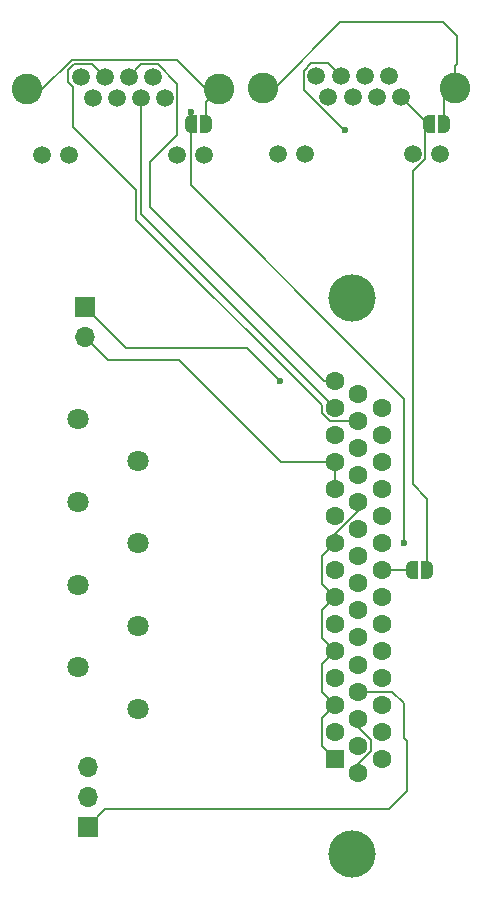
<source format=gbl>
G04 #@! TF.GenerationSoftware,KiCad,Pcbnew,8.0.5*
G04 #@! TF.CreationDate,2024-09-22T17:44:19+03:00*
G04 #@! TF.ProjectId,lichuan-lc10,6c696368-7561-46e2-9d6c-6331302e6b69,rev?*
G04 #@! TF.SameCoordinates,Original*
G04 #@! TF.FileFunction,Copper,L2,Bot*
G04 #@! TF.FilePolarity,Positive*
%FSLAX46Y46*%
G04 Gerber Fmt 4.6, Leading zero omitted, Abs format (unit mm)*
G04 Created by KiCad (PCBNEW 8.0.5) date 2024-09-22 17:44:19*
%MOMM*%
%LPD*%
G01*
G04 APERTURE LIST*
G04 Aperture macros list*
%AMFreePoly0*
4,1,19,0.500000,-0.750000,0.000000,-0.750000,0.000000,-0.744911,-0.071157,-0.744911,-0.207708,-0.704816,-0.327430,-0.627875,-0.420627,-0.520320,-0.479746,-0.390866,-0.500000,-0.250000,-0.500000,0.250000,-0.479746,0.390866,-0.420627,0.520320,-0.327430,0.627875,-0.207708,0.704816,-0.071157,0.744911,0.000000,0.744911,0.000000,0.750000,0.500000,0.750000,0.500000,-0.750000,0.500000,-0.750000,
$1*%
%AMFreePoly1*
4,1,19,0.000000,0.744911,0.071157,0.744911,0.207708,0.704816,0.327430,0.627875,0.420627,0.520320,0.479746,0.390866,0.500000,0.250000,0.500000,-0.250000,0.479746,-0.390866,0.420627,-0.520320,0.327430,-0.627875,0.207708,-0.704816,0.071157,-0.744911,0.000000,-0.744911,0.000000,-0.750000,-0.500000,-0.750000,-0.500000,0.750000,0.000000,0.750000,0.000000,0.744911,0.000000,0.744911,
$1*%
G04 Aperture macros list end*
G04 #@! TA.AperFunction,ComponentPad*
%ADD10R,1.700000X1.700000*%
G04 #@! TD*
G04 #@! TA.AperFunction,ComponentPad*
%ADD11O,1.700000X1.700000*%
G04 #@! TD*
G04 #@! TA.AperFunction,ComponentPad*
%ADD12C,1.500000*%
G04 #@! TD*
G04 #@! TA.AperFunction,ComponentPad*
%ADD13C,2.600000*%
G04 #@! TD*
G04 #@! TA.AperFunction,ComponentPad*
%ADD14C,1.800000*%
G04 #@! TD*
G04 #@! TA.AperFunction,ComponentPad*
%ADD15C,4.000000*%
G04 #@! TD*
G04 #@! TA.AperFunction,ComponentPad*
%ADD16R,1.600000X1.600000*%
G04 #@! TD*
G04 #@! TA.AperFunction,ComponentPad*
%ADD17C,1.600000*%
G04 #@! TD*
G04 #@! TA.AperFunction,SMDPad,CuDef*
%ADD18FreePoly0,0.000000*%
G04 #@! TD*
G04 #@! TA.AperFunction,SMDPad,CuDef*
%ADD19FreePoly1,0.000000*%
G04 #@! TD*
G04 #@! TA.AperFunction,SMDPad,CuDef*
%ADD20FreePoly0,180.000000*%
G04 #@! TD*
G04 #@! TA.AperFunction,SMDPad,CuDef*
%ADD21FreePoly1,180.000000*%
G04 #@! TD*
G04 #@! TA.AperFunction,ViaPad*
%ADD22C,0.600000*%
G04 #@! TD*
G04 #@! TA.AperFunction,Conductor*
%ADD23C,0.200000*%
G04 #@! TD*
G04 APERTURE END LIST*
D10*
G04 #@! TO.P,J4,1,Pin_1*
G04 #@! TO.N,/AI1*
X105500000Y-63000000D03*
D11*
G04 #@! TO.P,J4,2,Pin_2*
G04 #@! TO.N,/AI2*
X105500000Y-60460000D03*
G04 #@! TO.P,J4,3,Pin_3*
G04 #@! TO.N,/AGND*
X105500000Y-57920000D03*
G04 #@! TD*
D10*
G04 #@! TO.P,J5,1,Pin_1*
G04 #@! TO.N,/+24VO*
X105250000Y-18975000D03*
D11*
G04 #@! TO.P,J5,2,Pin_2*
G04 #@! TO.N,/COM-*
X105250000Y-21515000D03*
G04 #@! TD*
D12*
G04 #@! TO.P,J1,1*
G04 #@! TO.N,/STEP_P*
X124860000Y590000D03*
G04 #@! TO.P,J1,2*
G04 #@! TO.N,/STEP_N*
X125880000Y-1190000D03*
G04 #@! TO.P,J1,3*
G04 #@! TO.N,/DIR_P*
X126900000Y590000D03*
G04 #@! TO.P,J1,4*
G04 #@! TO.N,unconnected-(J1-Pad4)*
X127920000Y-1190000D03*
G04 #@! TO.P,J1,5*
G04 #@! TO.N,unconnected-(J1-Pad5)*
X128940000Y590000D03*
G04 #@! TO.P,J1,6*
G04 #@! TO.N,/DIR_N*
X129960000Y-1190000D03*
G04 #@! TO.P,J1,7*
G04 #@! TO.N,unconnected-(J1-Pad7)*
X130980000Y590000D03*
G04 #@! TO.P,J1,8*
G04 #@! TO.N,/SD_GND*
X132000000Y-1190000D03*
G04 #@! TO.P,J1,9*
G04 #@! TO.N,unconnected-(J1-Pad9)*
X121570000Y-6000000D03*
G04 #@! TO.P,J1,10*
G04 #@! TO.N,unconnected-(J1-Pad10)*
X123860000Y-6000000D03*
G04 #@! TO.P,J1,11*
G04 #@! TO.N,unconnected-(J1-Pad11)*
X133000000Y-6000000D03*
G04 #@! TO.P,J1,12*
G04 #@! TO.N,unconnected-(J1-Pad12)*
X135290000Y-6000000D03*
D13*
G04 #@! TO.P,J1,SH*
G04 #@! TO.N,Net-(JP1-A)*
X136560000Y-430000D03*
X120300000Y-430000D03*
G04 #@! TD*
D14*
G04 #@! TO.P,J3,1,Pin_1*
G04 #@! TO.N,/DO_BRAKE*
X104650000Y-28500000D03*
G04 #@! TO.P,J3,2,Pin_2*
G04 #@! TO.N,/DI_COM*
X109750000Y-32000000D03*
G04 #@! TO.P,J3,3,Pin_3*
G04 #@! TO.N,/DI_SON*
X104650000Y-35500000D03*
G04 #@! TO.P,J3,4,Pin_4*
G04 #@! TO.N,/DO_RDY*
X109750000Y-39000000D03*
G04 #@! TO.P,J3,5,Pin_5*
G04 #@! TO.N,/DO_IN_POS*
X104650000Y-42500000D03*
G04 #@! TO.P,J3,6,Pin_6*
G04 #@! TO.N,/DO_COM*
X109750000Y-46000000D03*
G04 #@! TO.P,J3,7,Pin_7*
G04 #@! TO.N,/DI_ESTOP*
X104650000Y-49500000D03*
G04 #@! TO.P,J3,8,Pin_8*
G04 #@! TO.N,/DO_FAULT*
X109750000Y-53000000D03*
G04 #@! TD*
D15*
G04 #@! TO.P,U1,0*
G04 #@! TO.N,N/C*
X127829669Y-65300000D03*
X127829669Y-18200000D03*
D16*
G04 #@! TO.P,U1,1,DOxB*
G04 #@! TO.N,/DO_COM*
X126409669Y-57275000D03*
D17*
G04 #@! TO.P,U1,2,DO4A/FAULT*
G04 #@! TO.N,/DO_FAULT*
X126409669Y-54985000D03*
G04 #@! TO.P,U1,3,DO3B*
G04 #@! TO.N,/DO_COM*
X126409669Y-52695000D03*
G04 #@! TO.P,U1,4,DO3A/ZERO_VEL*
G04 #@! TO.N,unconnected-(U1-DO3A{slash}ZERO_VEL-Pad4)*
X126409669Y-50405000D03*
G04 #@! TO.P,U1,5,DO2B*
G04 #@! TO.N,/DO_COM*
X126409669Y-48115000D03*
G04 #@! TO.P,U1,6,DO2A/IN_POS*
G04 #@! TO.N,/DO_IN_POS*
X126409669Y-45825000D03*
G04 #@! TO.P,U1,7,DO1B*
G04 #@! TO.N,/DO_COM*
X126409669Y-43535000D03*
G04 #@! TO.P,U1,8,DO1A/RDY*
G04 #@! TO.N,/DO_RDY*
X126409669Y-41245000D03*
G04 #@! TO.P,U1,9,DO5B*
G04 #@! TO.N,/DO_COM*
X126409669Y-38955000D03*
G04 #@! TO.P,U1,10,DICOM*
G04 #@! TO.N,/DI_COM*
X126409669Y-36665000D03*
G04 #@! TO.P,U1,11,COM-*
G04 #@! TO.N,/COM-*
X126409669Y-34375000D03*
G04 #@! TO.P,U1,12,COM-*
X126409669Y-32085000D03*
G04 #@! TO.P,U1,13,OA-*
G04 #@! TO.N,/ENC_A_N*
X126409669Y-29795000D03*
G04 #@! TO.P,U1,14,OB-*
G04 #@! TO.N,/ENC_B_N*
X126409669Y-27505000D03*
G04 #@! TO.P,U1,15,OZ-*
G04 #@! TO.N,/ENC_Z_N*
X126409669Y-25215000D03*
G04 #@! TO.P,U1,16,AGND*
G04 #@! TO.N,/AGND*
X128389669Y-58420000D03*
G04 #@! TO.P,U1,17,AI2*
G04 #@! TO.N,/AI2*
X128389669Y-56130000D03*
G04 #@! TO.P,U1,18,AGND*
G04 #@! TO.N,/AGND*
X128389669Y-53840000D03*
G04 #@! TO.P,U1,19,AI1*
G04 #@! TO.N,/AI1*
X128389669Y-51550000D03*
G04 #@! TO.P,U1,20,GND*
G04 #@! TO.N,/ENC_GND*
X128389669Y-49260000D03*
G04 #@! TO.P,U1,21,DI4/ALM_RST*
G04 #@! TO.N,unconnected-(U1-DI4{slash}ALM_RST-Pad21)*
X128389669Y-46970000D03*
G04 #@! TO.P,U1,22,DI3/LIM-*
G04 #@! TO.N,unconnected-(U1-DI3{slash}LIM--Pad22)*
X128389669Y-44680000D03*
G04 #@! TO.P,U1,23,DI2/LIM+*
G04 #@! TO.N,unconnected-(U1-DI2{slash}LIM+-Pad23)*
X128389669Y-42390000D03*
G04 #@! TO.P,U1,24,DI1/SON*
G04 #@! TO.N,/DI_SON*
X128389669Y-40100000D03*
G04 #@! TO.P,U1,25,DO5A/HOME*
G04 #@! TO.N,unconnected-(U1-DO5A{slash}HOME-Pad25)*
X128389669Y-37810000D03*
G04 #@! TO.P,U1,26,DO6B*
G04 #@! TO.N,/DO_COM*
X128389669Y-35520000D03*
G04 #@! TO.P,U1,27,DO6A/BRAKE*
G04 #@! TO.N,/DO_BRAKE*
X128389669Y-33230000D03*
G04 #@! TO.P,U1,28,OA+*
G04 #@! TO.N,/ENC_A_P*
X128389669Y-30940000D03*
G04 #@! TO.P,U1,29,OB+*
G04 #@! TO.N,/ENC_B_P*
X128389669Y-28650000D03*
G04 #@! TO.P,U1,30,OZ+*
G04 #@! TO.N,/ENC_Z_P*
X128389669Y-26360000D03*
G04 #@! TO.P,U1,31,DI7/HOME_SW*
G04 #@! TO.N,unconnected-(U1-DI7{slash}HOME_SW-Pad31)*
X130369669Y-57275000D03*
G04 #@! TO.P,U1,32,DI6/ESTOP*
G04 #@! TO.N,/DI_ESTOP*
X130369669Y-54985000D03*
G04 #@! TO.P,U1,33,DI5/SPEED_DIR*
G04 #@! TO.N,unconnected-(U1-DI5{slash}SPEED_DIR-Pad33)*
X130369669Y-52695000D03*
G04 #@! TO.P,U1,34*
G04 #@! TO.N,unconnected-(U1-Pad34)*
X130369669Y-50405000D03*
G04 #@! TO.P,U1,35*
G04 #@! TO.N,unconnected-(U1-Pad35)*
X130369669Y-48115000D03*
G04 #@! TO.P,U1,36,CZ-*
G04 #@! TO.N,unconnected-(U1-CZ--Pad36)*
X130369669Y-45825000D03*
G04 #@! TO.P,U1,37,CZ+*
G04 #@! TO.N,unconnected-(U1-CZ+-Pad37)*
X130369669Y-43535000D03*
G04 #@! TO.P,U1,38,OPC*
G04 #@! TO.N,Net-(JP2-A)*
X130369669Y-41245000D03*
G04 #@! TO.P,U1,39,DIR-*
G04 #@! TO.N,/DIR_N*
X130369669Y-38955000D03*
G04 #@! TO.P,U1,40,DIR+*
G04 #@! TO.N,/DIR_P*
X130369669Y-36665000D03*
G04 #@! TO.P,U1,41,PUL-*
G04 #@! TO.N,/STEP_N*
X130369669Y-34375000D03*
G04 #@! TO.P,U1,42,PUL+*
G04 #@! TO.N,/STEP_P*
X130369669Y-32085000D03*
G04 #@! TO.P,U1,43,DI8/HOMING_START*
G04 #@! TO.N,unconnected-(U1-DI8{slash}HOMING_START-Pad43)*
X130369669Y-29795000D03*
G04 #@! TO.P,U1,44,+24VO*
G04 #@! TO.N,/+24VO*
X130369669Y-27505000D03*
G04 #@! TD*
D12*
G04 #@! TO.P,J2,1*
G04 #@! TO.N,/ENC_A_P*
X104900000Y500000D03*
G04 #@! TO.P,J2,2*
G04 #@! TO.N,/ENC_A_N*
X105920000Y-1280000D03*
G04 #@! TO.P,J2,3*
G04 #@! TO.N,/ENC_B_P*
X106940000Y500000D03*
G04 #@! TO.P,J2,4*
G04 #@! TO.N,/ENC_Z_P*
X107960000Y-1280000D03*
G04 #@! TO.P,J2,5*
G04 #@! TO.N,/ENC_Z_N*
X108980000Y500000D03*
G04 #@! TO.P,J2,6*
G04 #@! TO.N,/ENC_B_N*
X110000000Y-1280000D03*
G04 #@! TO.P,J2,7*
G04 #@! TO.N,unconnected-(J2-Pad7)*
X111020000Y500000D03*
G04 #@! TO.P,J2,8*
G04 #@! TO.N,/ENC_GND*
X112040000Y-1280000D03*
G04 #@! TO.P,J2,9*
G04 #@! TO.N,unconnected-(J2-Pad9)*
X101610000Y-6090000D03*
G04 #@! TO.P,J2,10*
G04 #@! TO.N,unconnected-(J2-Pad10)*
X103900000Y-6090000D03*
G04 #@! TO.P,J2,11*
G04 #@! TO.N,unconnected-(J2-Pad11)*
X113040000Y-6090000D03*
G04 #@! TO.P,J2,12*
G04 #@! TO.N,unconnected-(J2-Pad12)*
X115330000Y-6090000D03*
D13*
G04 #@! TO.P,J2,SH*
G04 #@! TO.N,Net-(JP3-A)*
X116600000Y-520000D03*
X100340000Y-520000D03*
G04 #@! TD*
D18*
G04 #@! TO.P,JP2,1,A*
G04 #@! TO.N,Net-(JP2-A)*
X132950000Y-41250000D03*
D19*
G04 #@! TO.P,JP2,2,B*
G04 #@! TO.N,/SD_GND*
X134250000Y-41250000D03*
G04 #@! TD*
D20*
G04 #@! TO.P,JP3,1,A*
G04 #@! TO.N,Net-(JP3-A)*
X115500000Y-3500000D03*
D21*
G04 #@! TO.P,JP3,2,B*
G04 #@! TO.N,/ENC_GND*
X114200000Y-3500000D03*
G04 #@! TD*
D20*
G04 #@! TO.P,JP1,1,A*
G04 #@! TO.N,Net-(JP1-A)*
X135650000Y-3500000D03*
D21*
G04 #@! TO.P,JP1,2,B*
G04 #@! TO.N,/SD_GND*
X134350000Y-3500000D03*
G04 #@! TD*
D22*
G04 #@! TO.N,/DIR_P*
X127250000Y-4000000D03*
G04 #@! TO.N,/ENC_GND*
X132250000Y-39000000D03*
X114250000Y-2500000D03*
G04 #@! TO.N,/+24VO*
X121750000Y-25250000D03*
G04 #@! TD*
D23*
G04 #@! TO.N,/DIR_P*
X123810000Y1024925D02*
X124425075Y1640000D01*
X125850000Y1640000D02*
X126900000Y590000D01*
X123810000Y-604925D02*
X123810000Y1024925D01*
X124425075Y1640000D02*
X125850000Y1640000D01*
X127250000Y-4000000D02*
X127205075Y-4000000D01*
X127205075Y-4000000D02*
X123810000Y-604925D01*
G04 #@! TO.N,Net-(JP1-A)*
X136560000Y-430000D02*
X136560000Y1408477D01*
X121313072Y-430000D02*
X120300000Y-430000D01*
X136755000Y1603477D02*
X136755000Y3948072D01*
X135650000Y-3500000D02*
X135650000Y-1340000D01*
X136755000Y3948072D02*
X135598072Y5105000D01*
X135598072Y5105000D02*
X126848072Y5105000D01*
X126848072Y5105000D02*
X121313072Y-430000D01*
X136560000Y1408477D02*
X136755000Y1603477D01*
X135650000Y-1340000D02*
X136560000Y-430000D01*
G04 #@! TO.N,/SD_GND*
X134250000Y-41250000D02*
X134250000Y-35250000D01*
X133000000Y-34000000D02*
X133000000Y-7484925D01*
X132000000Y-1190000D02*
X134310000Y-3500000D01*
X133000000Y-7484925D02*
X134050000Y-6434925D01*
X134050000Y-6434925D02*
X134050000Y-3800000D01*
X134050000Y-3800000D02*
X134350000Y-3500000D01*
X134250000Y-35250000D02*
X133000000Y-34000000D01*
X134310000Y-3500000D02*
X134350000Y-3500000D01*
G04 #@! TO.N,Net-(JP3-A)*
X115500000Y-3500000D02*
X115500000Y-1620000D01*
X115520000Y-520000D02*
X116600000Y-520000D01*
X113050000Y1950000D02*
X115520000Y-520000D01*
X101664314Y-520000D02*
X104134314Y1950000D01*
X115500000Y-1620000D02*
X116600000Y-520000D01*
X104134314Y1950000D02*
X113050000Y1950000D01*
X100340000Y-520000D02*
X101664314Y-520000D01*
G04 #@! TO.N,/ENC_GND*
X114200000Y-3500000D02*
X114200000Y-8700000D01*
X114200000Y-2550000D02*
X114250000Y-2500000D01*
X112040000Y-1340000D02*
X112040000Y-1280000D01*
X129500000Y-24000000D02*
X132250000Y-26750000D01*
X114200000Y-3500000D02*
X114200000Y-2550000D01*
X114200000Y-8700000D02*
X129500000Y-24000000D01*
X132250000Y-26750000D02*
X132250000Y-39000000D01*
G04 #@! TO.N,/ENC_B_P*
X109600000Y-11600000D02*
X125309669Y-27309669D01*
X104250000Y-3750000D02*
X109600000Y-9100000D01*
X104250000Y-334925D02*
X104250000Y-3750000D01*
X103850000Y1100000D02*
X103850000Y65075D01*
X125999034Y-28650000D02*
X128389669Y-28650000D01*
X106940000Y500000D02*
X105890000Y1550000D01*
X109600000Y-9100000D02*
X109600000Y-11600000D01*
X104300000Y1550000D02*
X103850000Y1100000D01*
X125309669Y-27960635D02*
X125999034Y-28650000D01*
X103850000Y65075D02*
X104250000Y-334925D01*
X105890000Y1550000D02*
X104300000Y1550000D01*
X125309669Y-27309669D02*
X125309669Y-27960635D01*
G04 #@! TO.N,/ENC_Z_N*
X125465000Y-25215000D02*
X126409669Y-25215000D01*
X108980000Y500000D02*
X110030000Y1550000D01*
X110750000Y-10500000D02*
X125465000Y-25215000D01*
X113090000Y-4410000D02*
X110750000Y-6750000D01*
X110030000Y1550000D02*
X111454925Y1550000D01*
X113090000Y-85075D02*
X113090000Y-4410000D01*
X110750000Y-6750000D02*
X110750000Y-10500000D01*
X111454925Y1550000D02*
X113090000Y-85075D01*
G04 #@! TO.N,/ENC_B_N*
X110000000Y-11095331D02*
X126409669Y-27505000D01*
X110000000Y-1280000D02*
X110000000Y-11095331D01*
G04 #@! TO.N,/DO_COM*
X125309669Y-40055000D02*
X126409669Y-38955000D01*
X125309669Y-47015000D02*
X125309669Y-44635000D01*
X125309669Y-53795000D02*
X126409669Y-52695000D01*
X125309669Y-42435000D02*
X125309669Y-40055000D01*
X125309669Y-51595000D02*
X125309669Y-49215000D01*
X126409669Y-43535000D02*
X125309669Y-42435000D01*
X126409669Y-52695000D02*
X125309669Y-51595000D01*
X126409669Y-57275000D02*
X125309669Y-56175000D01*
X125309669Y-56175000D02*
X125309669Y-53795000D01*
X125309669Y-49215000D02*
X126409669Y-48115000D01*
X128389669Y-35520000D02*
X128389669Y-36254365D01*
X126409669Y-48115000D02*
X125309669Y-47015000D01*
X126409669Y-38234365D02*
X126409669Y-38955000D01*
X125309669Y-44635000D02*
X126409669Y-43535000D01*
X128389669Y-36254365D02*
X126409669Y-38234365D01*
G04 #@! TO.N,Net-(JP2-A)*
X130374669Y-41250000D02*
X130369669Y-41245000D01*
X132950000Y-41250000D02*
X130374669Y-41250000D01*
G04 #@! TO.N,/AGND*
X129489669Y-55674365D02*
X129489669Y-56585635D01*
X129489669Y-56585635D02*
X128389669Y-57685635D01*
X128389669Y-54574365D02*
X129489669Y-55674365D01*
X128389669Y-57685635D02*
X128389669Y-58420000D01*
X128389669Y-53840000D02*
X128389669Y-54574365D01*
G04 #@! TO.N,/COM-*
X107235000Y-23500000D02*
X105250000Y-21515000D01*
X126409669Y-32085000D02*
X121835000Y-32085000D01*
X126409669Y-34375000D02*
X126409669Y-32085000D01*
X121835000Y-32085000D02*
X113250000Y-23500000D01*
X113250000Y-23500000D02*
X107235000Y-23500000D01*
G04 #@! TO.N,/AI1*
X132250000Y-55500000D02*
X132500000Y-55750000D01*
X132500000Y-60000000D02*
X131000000Y-61500000D01*
X131300000Y-51550000D02*
X132250000Y-52500000D01*
X132500000Y-55750000D02*
X132500000Y-60000000D01*
X107000000Y-61500000D02*
X105500000Y-63000000D01*
X131000000Y-61500000D02*
X107000000Y-61500000D01*
X132250000Y-52500000D02*
X132250000Y-55500000D01*
X128389669Y-51550000D02*
X131300000Y-51550000D01*
G04 #@! TO.N,/+24VO*
X108775000Y-22500000D02*
X105250000Y-18975000D01*
X121750000Y-25250000D02*
X119000000Y-22500000D01*
X119000000Y-22500000D02*
X108775000Y-22500000D01*
G04 #@! TD*
M02*

</source>
